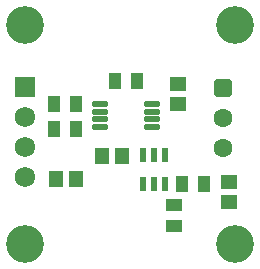
<source format=gbr>
%TF.GenerationSoftware,Altium Limited,Altium Designer,25.7.1 (20)*%
G04 Layer_Color=255*
%FSLAX45Y45*%
%MOMM*%
%TF.SameCoordinates,8EC0096B-1770-4E53-A1A5-517F8E17CF1D*%
%TF.FilePolarity,Positive*%
%TF.FileFunction,Pads,Top*%
%TF.Part,Single*%
G01*
G75*
%TA.AperFunction,SMDPad,CuDef*%
%ADD10R,1.00000X1.35000*%
%ADD11R,1.40000X1.25000*%
%ADD12R,1.25000X1.40000*%
%ADD13R,0.60000X1.20000*%
G04:AMPARAMS|DCode=14|XSize=0.45mm|YSize=1.35mm|CornerRadius=0.0495mm|HoleSize=0mm|Usage=FLASHONLY|Rotation=90.000|XOffset=0mm|YOffset=0mm|HoleType=Round|Shape=RoundedRectangle|*
%AMROUNDEDRECTD14*
21,1,0.45000,1.25100,0,0,90.0*
21,1,0.35100,1.35000,0,0,90.0*
1,1,0.09900,0.62550,0.17550*
1,1,0.09900,0.62550,-0.17550*
1,1,0.09900,-0.62550,-0.17550*
1,1,0.09900,-0.62550,0.17550*
%
%ADD14ROUNDEDRECTD14*%
%ADD15R,1.35000X1.00000*%
%TA.AperFunction,ComponentPad*%
%ADD20C,1.60000*%
%ADD21C,1.72500*%
G04:AMPARAMS|DCode=22|XSize=1.6mm|YSize=1.6mm|CornerRadius=0.4mm|HoleSize=0mm|Usage=FLASHONLY|Rotation=270.000|XOffset=0mm|YOffset=0mm|HoleType=Round|Shape=RoundedRectangle|*
%AMROUNDEDRECTD22*
21,1,1.60000,0.80000,0,0,270.0*
21,1,0.80000,1.60000,0,0,270.0*
1,1,0.80000,-0.40000,-0.40000*
1,1,0.80000,-0.40000,0.40000*
1,1,0.80000,0.40000,0.40000*
1,1,0.80000,0.40000,-0.40000*
%
%ADD22ROUNDEDRECTD22*%
%ADD23R,1.72500X1.72500*%
%TA.AperFunction,WasherPad*%
%ADD24C,3.20000*%
D10*
X1688000Y838954D02*
D03*
X1868000D02*
D03*
X1299886Y1705200D02*
D03*
X1119886D02*
D03*
X782820Y1513700D02*
D03*
Y1301150D02*
D03*
X602820D02*
D03*
Y1513700D02*
D03*
D11*
X2082800Y850800D02*
D03*
X1649319Y1513700D02*
D03*
Y1678700D02*
D03*
X2082800Y685800D02*
D03*
D12*
X621080Y881380D02*
D03*
X1173480Y1069340D02*
D03*
X1008480D02*
D03*
X786080Y881380D02*
D03*
D13*
X1351698Y1082161D02*
D03*
X1541698Y832161D02*
D03*
X1446698Y1082161D02*
D03*
Y832161D02*
D03*
X1541698Y1082161D02*
D03*
X1351698Y832161D02*
D03*
D14*
X1432386Y1448700D02*
D03*
X987386Y1318700D02*
D03*
X1432386Y1383700D02*
D03*
Y1513700D02*
D03*
X987386D02*
D03*
Y1383700D02*
D03*
X1432386Y1318700D02*
D03*
X987386Y1448700D02*
D03*
D15*
X1616710Y659696D02*
D03*
Y479696D02*
D03*
D20*
X2032000Y1143000D02*
D03*
Y1397000D02*
D03*
D21*
X358140Y894080D02*
D03*
Y1402080D02*
D03*
Y1148080D02*
D03*
D22*
X2032000Y1651000D02*
D03*
D23*
X358140Y1656080D02*
D03*
D24*
X2129790Y330180D02*
D03*
X355600D02*
D03*
X2132330Y2184400D02*
D03*
X355600D02*
D03*
%TF.MD5,b4321c405e6f942b94e0d5837b5259dd*%
M02*

</source>
